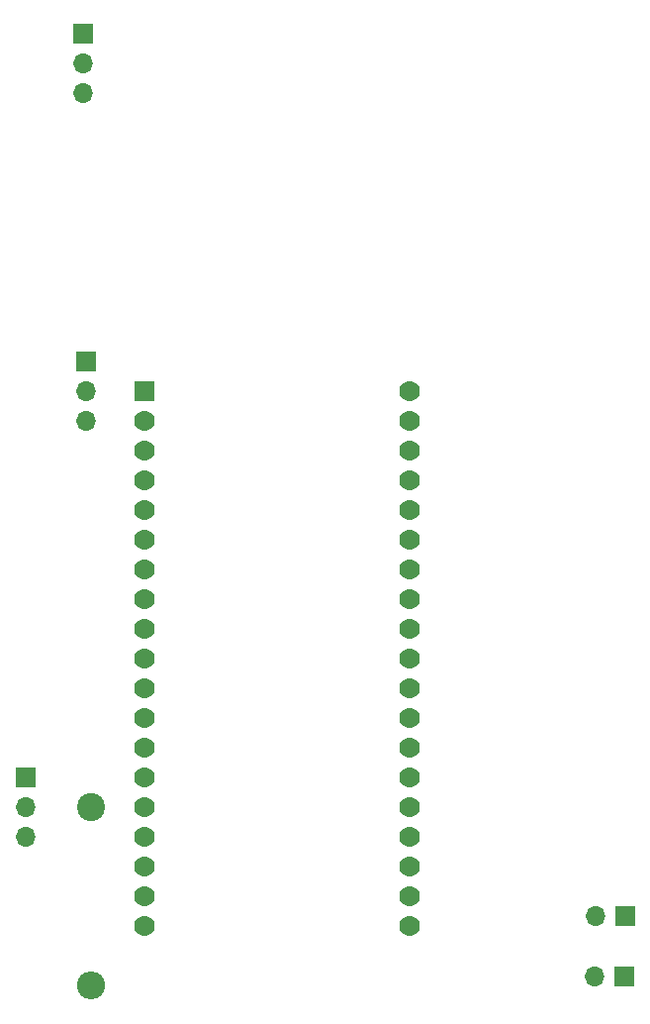
<source format=gbr>
%TF.GenerationSoftware,KiCad,Pcbnew,8.0.1*%
%TF.CreationDate,2024-04-10T08:00:09+05:30*%
%TF.ProjectId,AquaSense,41717561-5365-46e7-9365-2e6b69636164,V 1.0*%
%TF.SameCoordinates,Original*%
%TF.FileFunction,Soldermask,Bot*%
%TF.FilePolarity,Negative*%
%FSLAX46Y46*%
G04 Gerber Fmt 4.6, Leading zero omitted, Abs format (unit mm)*
G04 Created by KiCad (PCBNEW 8.0.1) date 2024-04-10 08:00:09*
%MOMM*%
%LPD*%
G01*
G04 APERTURE LIST*
G04 Aperture macros list*
%AMRoundRect*
0 Rectangle with rounded corners*
0 $1 Rounding radius*
0 $2 $3 $4 $5 $6 $7 $8 $9 X,Y pos of 4 corners*
0 Add a 4 corners polygon primitive as box body*
4,1,4,$2,$3,$4,$5,$6,$7,$8,$9,$2,$3,0*
0 Add four circle primitives for the rounded corners*
1,1,$1+$1,$2,$3*
1,1,$1+$1,$4,$5*
1,1,$1+$1,$6,$7*
1,1,$1+$1,$8,$9*
0 Add four rect primitives between the rounded corners*
20,1,$1+$1,$2,$3,$4,$5,0*
20,1,$1+$1,$4,$5,$6,$7,0*
20,1,$1+$1,$6,$7,$8,$9,0*
20,1,$1+$1,$8,$9,$2,$3,0*%
G04 Aperture macros list end*
%ADD10R,1.700000X1.700000*%
%ADD11O,1.700000X1.700000*%
%ADD12RoundRect,0.102000X-0.780000X-0.780000X0.780000X-0.780000X0.780000X0.780000X-0.780000X0.780000X0*%
%ADD13C,1.764000*%
%ADD14C,2.400000*%
%ADD15O,2.400000X2.400000*%
G04 APERTURE END LIST*
D10*
%TO.C,J5*%
X44072000Y-58005000D03*
D11*
X44072000Y-60545000D03*
X44072000Y-63085000D03*
%TD*%
D10*
%TO.C,J2*%
X39119000Y-121585000D03*
D11*
X39119000Y-124125000D03*
X39119000Y-126665000D03*
%TD*%
D12*
%TO.C,U1*%
X49342000Y-88565000D03*
D13*
X49342000Y-91105000D03*
X49342000Y-93645000D03*
X49342000Y-96185000D03*
X49342000Y-98725000D03*
X49342000Y-101265000D03*
X49342000Y-103805000D03*
X49342000Y-106345000D03*
X49342000Y-108885000D03*
X49342000Y-111425000D03*
X49342000Y-113965000D03*
X49342000Y-116505000D03*
X49342000Y-119045000D03*
X49342000Y-121585000D03*
X49342000Y-124125000D03*
X49342000Y-126665000D03*
X49342000Y-129205000D03*
X49342000Y-131745000D03*
X49342000Y-134285000D03*
X72012000Y-88565000D03*
X72012000Y-91105000D03*
X72012000Y-93645000D03*
X72012000Y-96185000D03*
X72012000Y-98725000D03*
X72012000Y-101265000D03*
X72012000Y-103805000D03*
X72012000Y-106345000D03*
X72012000Y-108885000D03*
X72012000Y-111425000D03*
X72012000Y-113965000D03*
X72012000Y-116505000D03*
X72012000Y-119045000D03*
X72012000Y-121585000D03*
X72012000Y-124125000D03*
X72012000Y-126665000D03*
X72012000Y-129205000D03*
X72012000Y-131745000D03*
X72012000Y-134285000D03*
%TD*%
D10*
%TO.C,J4*%
X90358000Y-138622000D03*
D11*
X87818000Y-138622000D03*
%TD*%
D10*
%TO.C,J3*%
X90448000Y-133442000D03*
D11*
X87908000Y-133442000D03*
%TD*%
D14*
%TO.C,R1*%
X44707000Y-124125000D03*
D15*
X44707000Y-139365000D03*
%TD*%
D10*
%TO.C,J1*%
X44326000Y-86025000D03*
D11*
X44326000Y-88565000D03*
X44326000Y-91105000D03*
%TD*%
M02*

</source>
